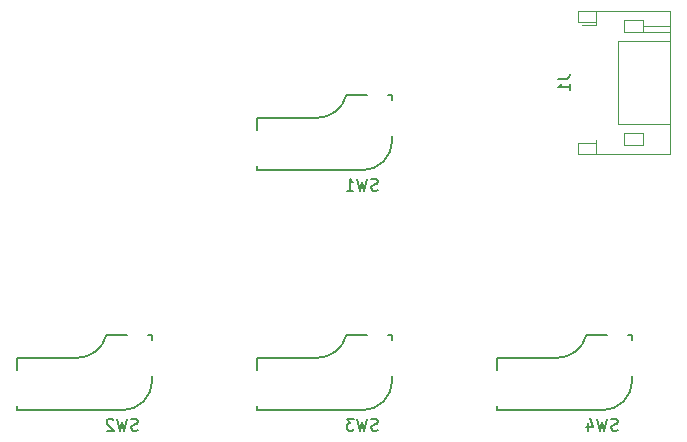
<source format=gbo>
%TF.GenerationSoftware,KiCad,Pcbnew,(5.1.12)-1*%
%TF.CreationDate,2021-12-29T15:11:16-05:00*%
%TF.ProjectId,4keymacropad,346b6579-6d61-4637-926f-7061642e6b69,rev?*%
%TF.SameCoordinates,Original*%
%TF.FileFunction,Legend,Bot*%
%TF.FilePolarity,Positive*%
%FSLAX46Y46*%
G04 Gerber Fmt 4.6, Leading zero omitted, Abs format (unit mm)*
G04 Created by KiCad (PCBNEW (5.1.12)-1) date 2021-12-29 15:11:16*
%MOMM*%
%LPD*%
G01*
G04 APERTURE LIST*
%ADD10C,0.120000*%
%ADD11C,0.150000*%
G04 APERTURE END LIST*
D10*
%TO.C,J1*%
X158255000Y-75340000D02*
X158255000Y-75060000D01*
X158255000Y-75060000D02*
X156655000Y-75060000D01*
X156655000Y-75060000D02*
X156655000Y-74140000D01*
X156655000Y-74140000D02*
X164475000Y-74140000D01*
X164475000Y-74140000D02*
X164475000Y-86260000D01*
X164475000Y-86260000D02*
X156655000Y-86260000D01*
X156655000Y-86260000D02*
X156655000Y-85340000D01*
X156655000Y-85340000D02*
X158255000Y-85340000D01*
X158255000Y-85340000D02*
X158255000Y-85060000D01*
X164475000Y-76700000D02*
X160115000Y-76700000D01*
X160115000Y-76700000D02*
X160115000Y-83700000D01*
X160115000Y-83700000D02*
X164475000Y-83700000D01*
X158255000Y-74140000D02*
X158255000Y-75060000D01*
X158255000Y-86260000D02*
X158255000Y-85340000D01*
X160615000Y-74900000D02*
X162215000Y-74900000D01*
X162215000Y-74900000D02*
X162215000Y-75900000D01*
X162215000Y-75900000D02*
X160615000Y-75900000D01*
X160615000Y-75900000D02*
X160615000Y-74900000D01*
X160615000Y-85500000D02*
X162215000Y-85500000D01*
X162215000Y-85500000D02*
X162215000Y-84500000D01*
X162215000Y-84500000D02*
X160615000Y-84500000D01*
X160615000Y-84500000D02*
X160615000Y-85500000D01*
X162215000Y-75900000D02*
X164475000Y-75900000D01*
X162215000Y-75400000D02*
X164475000Y-75400000D01*
X158255000Y-75340000D02*
X157040000Y-75340000D01*
D11*
%TO.C,SW1*%
X129540000Y-87630000D02*
X138430000Y-87630000D01*
X129540000Y-87249000D02*
X129540000Y-87630000D01*
X129540000Y-83185000D02*
X129540000Y-84201000D01*
X134620000Y-83185000D02*
X129540000Y-83185000D01*
X138811000Y-81280000D02*
X137160000Y-81280000D01*
X140970000Y-81280000D02*
X140589000Y-81280000D01*
X140970000Y-81661000D02*
X140970000Y-81280000D01*
X140970000Y-85090000D02*
X140970000Y-84709000D01*
X140970000Y-85090000D02*
G75*
G02*
X138430000Y-87630000I-2540000J0D01*
G01*
X137084162Y-81261040D02*
G75*
G02*
X134620000Y-83185000I-2464162J616040D01*
G01*
%TO.C,SW2*%
X116764162Y-101581040D02*
G75*
G02*
X114300000Y-103505000I-2464162J616040D01*
G01*
X120650000Y-105410000D02*
G75*
G02*
X118110000Y-107950000I-2540000J0D01*
G01*
X120650000Y-105410000D02*
X120650000Y-105029000D01*
X120650000Y-101981000D02*
X120650000Y-101600000D01*
X120650000Y-101600000D02*
X120269000Y-101600000D01*
X118491000Y-101600000D02*
X116840000Y-101600000D01*
X114300000Y-103505000D02*
X109220000Y-103505000D01*
X109220000Y-103505000D02*
X109220000Y-104521000D01*
X109220000Y-107569000D02*
X109220000Y-107950000D01*
X109220000Y-107950000D02*
X118110000Y-107950000D01*
%TO.C,SW3*%
X137084162Y-101581040D02*
G75*
G02*
X134620000Y-103505000I-2464162J616040D01*
G01*
X140970000Y-105410000D02*
G75*
G02*
X138430000Y-107950000I-2540000J0D01*
G01*
X140970000Y-105410000D02*
X140970000Y-105029000D01*
X140970000Y-101981000D02*
X140970000Y-101600000D01*
X140970000Y-101600000D02*
X140589000Y-101600000D01*
X138811000Y-101600000D02*
X137160000Y-101600000D01*
X134620000Y-103505000D02*
X129540000Y-103505000D01*
X129540000Y-103505000D02*
X129540000Y-104521000D01*
X129540000Y-107569000D02*
X129540000Y-107950000D01*
X129540000Y-107950000D02*
X138430000Y-107950000D01*
%TO.C,SW4*%
X149860000Y-107950000D02*
X158750000Y-107950000D01*
X149860000Y-107569000D02*
X149860000Y-107950000D01*
X149860000Y-103505000D02*
X149860000Y-104521000D01*
X154940000Y-103505000D02*
X149860000Y-103505000D01*
X159131000Y-101600000D02*
X157480000Y-101600000D01*
X161290000Y-101600000D02*
X160909000Y-101600000D01*
X161290000Y-101981000D02*
X161290000Y-101600000D01*
X161290000Y-105410000D02*
X161290000Y-105029000D01*
X161290000Y-105410000D02*
G75*
G02*
X158750000Y-107950000I-2540000J0D01*
G01*
X157404162Y-101581040D02*
G75*
G02*
X154940000Y-103505000I-2464162J616040D01*
G01*
%TO.C,J1*%
X155017380Y-79866666D02*
X155731666Y-79866666D01*
X155874523Y-79819047D01*
X155969761Y-79723809D01*
X156017380Y-79580952D01*
X156017380Y-79485714D01*
X156017380Y-80866666D02*
X156017380Y-80295238D01*
X156017380Y-80580952D02*
X155017380Y-80580952D01*
X155160238Y-80485714D01*
X155255476Y-80390476D01*
X155303095Y-80295238D01*
%TO.C,SW1*%
X139763333Y-89304761D02*
X139620476Y-89352380D01*
X139382380Y-89352380D01*
X139287142Y-89304761D01*
X139239523Y-89257142D01*
X139191904Y-89161904D01*
X139191904Y-89066666D01*
X139239523Y-88971428D01*
X139287142Y-88923809D01*
X139382380Y-88876190D01*
X139572857Y-88828571D01*
X139668095Y-88780952D01*
X139715714Y-88733333D01*
X139763333Y-88638095D01*
X139763333Y-88542857D01*
X139715714Y-88447619D01*
X139668095Y-88400000D01*
X139572857Y-88352380D01*
X139334761Y-88352380D01*
X139191904Y-88400000D01*
X138858571Y-88352380D02*
X138620476Y-89352380D01*
X138430000Y-88638095D01*
X138239523Y-89352380D01*
X138001428Y-88352380D01*
X137096666Y-89352380D02*
X137668095Y-89352380D01*
X137382380Y-89352380D02*
X137382380Y-88352380D01*
X137477619Y-88495238D01*
X137572857Y-88590476D01*
X137668095Y-88638095D01*
%TO.C,SW2*%
X119443333Y-109624761D02*
X119300476Y-109672380D01*
X119062380Y-109672380D01*
X118967142Y-109624761D01*
X118919523Y-109577142D01*
X118871904Y-109481904D01*
X118871904Y-109386666D01*
X118919523Y-109291428D01*
X118967142Y-109243809D01*
X119062380Y-109196190D01*
X119252857Y-109148571D01*
X119348095Y-109100952D01*
X119395714Y-109053333D01*
X119443333Y-108958095D01*
X119443333Y-108862857D01*
X119395714Y-108767619D01*
X119348095Y-108720000D01*
X119252857Y-108672380D01*
X119014761Y-108672380D01*
X118871904Y-108720000D01*
X118538571Y-108672380D02*
X118300476Y-109672380D01*
X118110000Y-108958095D01*
X117919523Y-109672380D01*
X117681428Y-108672380D01*
X117348095Y-108767619D02*
X117300476Y-108720000D01*
X117205238Y-108672380D01*
X116967142Y-108672380D01*
X116871904Y-108720000D01*
X116824285Y-108767619D01*
X116776666Y-108862857D01*
X116776666Y-108958095D01*
X116824285Y-109100952D01*
X117395714Y-109672380D01*
X116776666Y-109672380D01*
%TO.C,SW3*%
X139763333Y-109624761D02*
X139620476Y-109672380D01*
X139382380Y-109672380D01*
X139287142Y-109624761D01*
X139239523Y-109577142D01*
X139191904Y-109481904D01*
X139191904Y-109386666D01*
X139239523Y-109291428D01*
X139287142Y-109243809D01*
X139382380Y-109196190D01*
X139572857Y-109148571D01*
X139668095Y-109100952D01*
X139715714Y-109053333D01*
X139763333Y-108958095D01*
X139763333Y-108862857D01*
X139715714Y-108767619D01*
X139668095Y-108720000D01*
X139572857Y-108672380D01*
X139334761Y-108672380D01*
X139191904Y-108720000D01*
X138858571Y-108672380D02*
X138620476Y-109672380D01*
X138430000Y-108958095D01*
X138239523Y-109672380D01*
X138001428Y-108672380D01*
X137715714Y-108672380D02*
X137096666Y-108672380D01*
X137430000Y-109053333D01*
X137287142Y-109053333D01*
X137191904Y-109100952D01*
X137144285Y-109148571D01*
X137096666Y-109243809D01*
X137096666Y-109481904D01*
X137144285Y-109577142D01*
X137191904Y-109624761D01*
X137287142Y-109672380D01*
X137572857Y-109672380D01*
X137668095Y-109624761D01*
X137715714Y-109577142D01*
%TO.C,SW4*%
X160083333Y-109624761D02*
X159940476Y-109672380D01*
X159702380Y-109672380D01*
X159607142Y-109624761D01*
X159559523Y-109577142D01*
X159511904Y-109481904D01*
X159511904Y-109386666D01*
X159559523Y-109291428D01*
X159607142Y-109243809D01*
X159702380Y-109196190D01*
X159892857Y-109148571D01*
X159988095Y-109100952D01*
X160035714Y-109053333D01*
X160083333Y-108958095D01*
X160083333Y-108862857D01*
X160035714Y-108767619D01*
X159988095Y-108720000D01*
X159892857Y-108672380D01*
X159654761Y-108672380D01*
X159511904Y-108720000D01*
X159178571Y-108672380D02*
X158940476Y-109672380D01*
X158750000Y-108958095D01*
X158559523Y-109672380D01*
X158321428Y-108672380D01*
X157511904Y-109005714D02*
X157511904Y-109672380D01*
X157750000Y-108624761D02*
X157988095Y-109339047D01*
X157369047Y-109339047D01*
%TD*%
M02*

</source>
